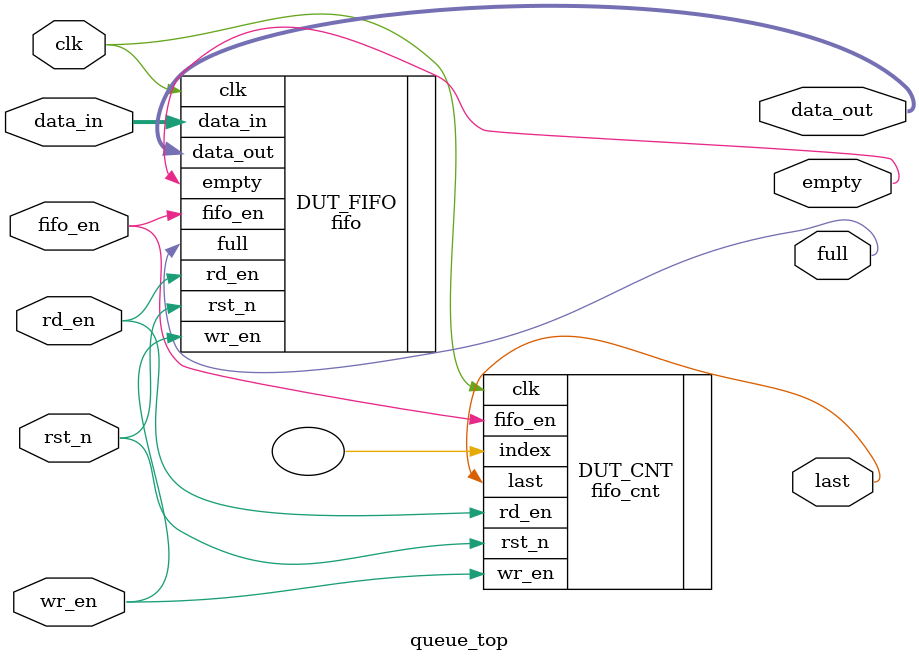
<source format=v>
`include "fifo_module.v"
`include "fifo_cnt.v"

module queue_top # (
    parameter FIFO_SIZE = 64,
    parameter W_WIDTH = 32
)(
    input clk, rst_n,
    input fifo_en, wr_en, rd_en,
    input [W_WIDTH-1:0] data_in,
    output [W_WIDTH-1:0] data_out,
    output full, empty,
    output last
);  

    fifo  # (
        .FIFO_SIZE(FIFO_SIZE),
        .W_WIDTH(W_WIDTH)
    ) DUT_FIFO (
        .clk(clk),
        .rst_n(rst_n),
        .fifo_en(fifo_en),
        .wr_en(wr_en),
        .rd_en(rd_en),
        .data_in(data_in),
        .data_out(data_out),
        .empty(empty),
        .full(full)
    );

    fifo_cnt # (
        .FIFO_SIZE(FIFO_SIZE)
    ) DUT_CNT (
        .clk(clk),
        .rst_n(rst_n),
        .fifo_en(fifo_en),
        .wr_en(wr_en),
        .rd_en(rd_en),
        .index(),
        .last(last)
    );  
   
endmodule : queue_top


</source>
